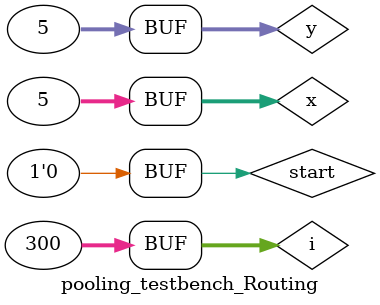
<source format=sv>
module pooling_testbench_Routing();

    localparam N = 5; 

    shortint image_in[0:4][0:4] ;
    reg start;
    shortint pixel_out;
    wire finish;

    localparam period = 100; 

    Pooling_2x2_Routing POOL1  (start, image_in[0][0] , image_in[0][1] , image_in[0][2] , 
      image_in[0][3] , image_in[0][4] , image_in[1][0] , image_in[1][1] , 
      image_in[1][2] , image_in[1][3] , image_in[1][4] , image_in[2][0] , 
      image_in[2][1] , image_in[2][2] , image_in[2][3] , image_in[2][4] , 
      image_in[3][0] , image_in[3][1] , image_in[3][2] , image_in[3][3] , 
      image_in[3][4] , image_in[4][0] , image_in[4][1] , image_in[4][2] , 
      image_in[4][3] , image_in[4][4] , finish, pixel_out);
    
    integer i,j,x,y;
    
    initial
    begin
      start = 0;
      #period
        
      for(i=0; i<300; i=i+1) begin
        start = 1;
        // Set the input image
        for(x=0; x<N; x=x+1) begin
          for(y=0; y<N; y=y+1) begin
            image_in[x][y] = $urandom%100;
          end
        end

        #period;

        if ( (image_in[0][0]+image_in[0][1]+image_in[1][0]+image_in[1][1])/4 != pixel_out) $display("Error value in Pooling");
        if ( finish != 1) $display("Error did not finish");
        start = 0;

        #period 
        if ( finish != 0) $display("Error did not reset");
        
      end
    end
endmodule

</source>
